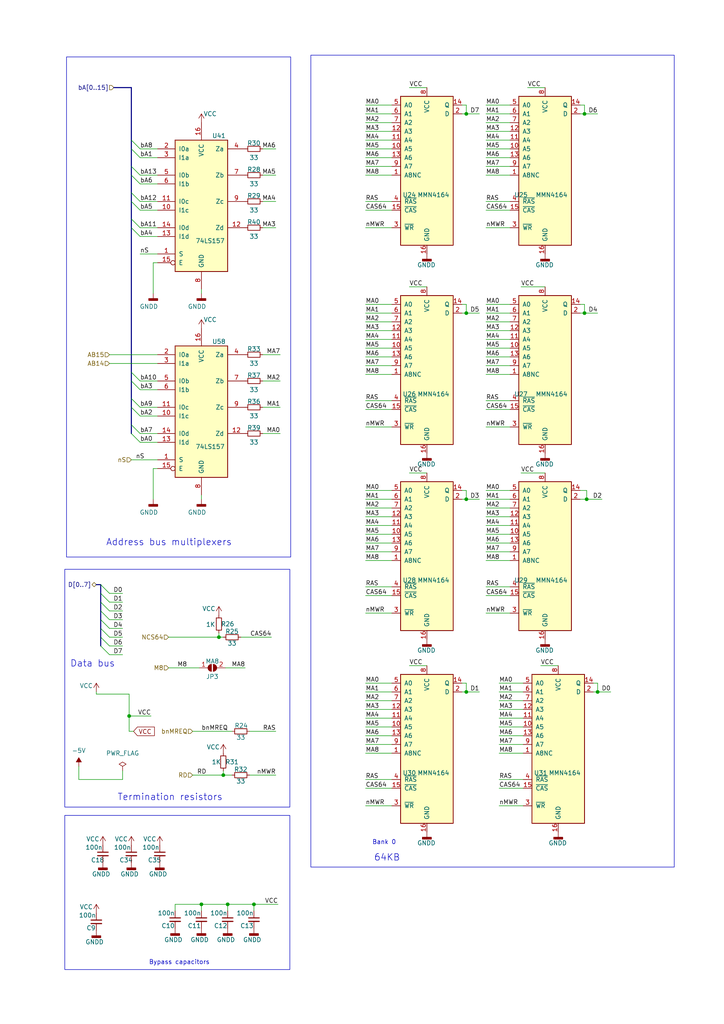
<source format=kicad_sch>
(kicad_sch (version 20230121) (generator eeschema)
  (paper "A4" portrait)
  (lib_symbols
    (symbol "74xx:74LS157" (pin_names (offset 1.016))
      (property "Reference" "U" (at -7.62 19.05 0))
      (property "Value" "74LS157" (at -7.62 -21.59 0))
      (symbol "74LS157_1_0"
        (pin input line (at -12.7 -15.24 0) (length 5.08) (name "S") (number "1"))
        (pin input line (at -12.7 -2.54 0) (length 5.08) (name "I1c") (number "10"))
        (pin input line (at -12.7 0 0) (length 5.08) (name "I0c") (number "11"))
        (pin output line (at 12.7 -7.62 180) (length 5.08) (name "Zd") (number "12"))
        (pin input line (at -12.7 -10.16 0) (length 5.08) (name "I1d") (number "13"))
        (pin input line (at -12.7 -7.62 0) (length 5.08) (name "I0d") (number "14"))
        (pin input inverted (at -12.7 -17.78 0) (length 5.08) (name "E") (number "15"))
        (pin power_in line (at 0 22.86 270) (length 5.08) (name "VCC") (number "16"))
        (pin input line (at -12.7 15.24 0) (length 5.08) (name "I0a") (number "2"))
        (pin input line (at -12.7 12.7 0) (length 5.08) (name "I1a") (number "3"))
        (pin output line (at 12.7 15.24 180) (length 5.08) (name "Za") (number "4"))
        (pin input line (at -12.7 7.62 0) (length 5.08) (name "I0b") (number "5"))
        (pin input line (at -12.7 5.08 0) (length 5.08) (name "I1b") (number "6"))
        (pin output line (at 12.7 7.62 180) (length 5.08) (name "Zb") (number "7"))
        (pin power_in line (at 0 -25.4 90) (length 5.08) (name "GND") (number "8"))
        (pin output line (at 12.7 0 180) (length 5.08) (name "Zc") (number "9"))
      )
      (symbol "74LS157_1_1"
        (rectangle (start -7.62 17.78) (end 7.62 -20.32) (stroke (width 0.254)) (fill (type background)))
      )
    )
    (symbol "Cobra_original:MMN4164" (pin_names (offset 1.016))
      (property "Reference" "U24" (at -5.08 -3.175 0))
      (property "Value" "MMN4164" (at 1.905 -3.175 0))
      (symbol "MMN4164_1_1"
        (rectangle (start -7.62 25.4) (end 7.62 -17.78) (stroke (width 0.254)) (fill (type background)))
        (pin input line (at -10.16 2.54 0) (length 2.54) (name "A8NC") (number "1"))
        (pin input line (at -10.16 10.16 0) (length 2.54) (name "A5") (number "10"))
        (pin input line (at -10.16 12.7 0) (length 2.54) (name "A4") (number "11"))
        (pin input line (at -10.16 15.24 0) (length 2.54) (name "A3") (number "12"))
        (pin input line (at -10.16 7.62 0) (length 2.54) (name "A6") (number "13"))
        (pin tri_state line (at 10.16 22.86 180) (length 2.54) (name "Q") (number "14"))
        (pin input line (at -10.16 -7.62 0) (length 2.54) (name "~{CAS}") (number "15"))
        (pin power_in line (at 0 -20.32 90) (length 2.54) (name "GND") (number "16"))
        (pin tri_state line (at 10.16 20.32 180) (length 2.54) (name "D") (number "2"))
        (pin input line (at -10.16 -12.7 0) (length 2.54) (name "~{WR}") (number "3"))
        (pin input line (at -10.16 -5.08 0) (length 2.54) (name "~{RAS}") (number "4"))
        (pin input line (at -10.16 22.86 0) (length 2.54) (name "A0") (number "5"))
        (pin input line (at -10.16 20.32 0) (length 2.54) (name "A1") (number "6"))
        (pin input line (at -10.16 17.78 0) (length 2.54) (name "A2") (number "7"))
        (pin power_in line (at 0 27.94 270) (length 2.54) (name "VCC") (number "8"))
        (pin input line (at -10.16 5.08 0) (length 2.54) (name "A7") (number "9"))
      )
    )
    (symbol "Device:C_Small" (pin_numbers hide) (pin_names (offset 0.254) hide)
      (property "Reference" "C" (at 0.254 1.778 0))
      (property "Value" "C_Small" (at 0.254 -2.032 0))
      (symbol "C_Small_0_1"
        (polyline (pts (xy -1.524 -0.508) (xy 1.524 -0.508)) (stroke (width 0.3302)))
        (polyline (pts (xy -1.524 0.508) (xy 1.524 0.508)) (stroke (width 0.3048)))
      )
      (symbol "C_Small_1_1"
        (pin passive line (at 0 2.54 270) (length 2.032) (name "~") (number "1"))
        (pin passive line (at 0 -2.54 90) (length 2.032) (name "~") (number "2"))
      )
    )
    (symbol "Device:R_Small" (pin_numbers hide) (pin_names (offset 0.254) hide)
      (property "Reference" "R" (at 0.762 0.508 0))
      (property "Value" "R_Small" (at 0.762 -1.016 0))
      (symbol "R_Small_0_1"
        (rectangle (start -0.762 1.778) (end 0.762 -1.778) (stroke (width 0.2032)))
      )
      (symbol "R_Small_1_1"
        (pin passive line (at 0 2.54 270) (length 0.762) (name "~") (number "1"))
        (pin passive line (at 0 -2.54 90) (length 0.762) (name "~") (number "2"))
      )
    )
    (symbol "Jumper:SolderJumper_2_Open" (pin_names (offset 0) hide)
      (property "Reference" "JP" (at 0 2.032 0))
      (property "Value" "SolderJumper_2_Open" (at 0 -2.54 0))
      (symbol "SolderJumper_2_Open_0_1"
        (arc (start -0.254 1.016) (mid -1.2656 0) (end -0.254 -1.016))
        (arc (start -0.254 1.016) (mid -1.2656 0) (end -0.254 -1.016) (fill (type outline)))
        (polyline (pts (xy -0.254 1.016) (xy -0.254 -1.016)))
        (polyline (pts (xy 0.254 1.016) (xy 0.254 -1.016)))
        (arc (start 0.254 -1.016) (mid 1.2656 0) (end 0.254 1.016))
        (arc (start 0.254 -1.016) (mid 1.2656 0) (end 0.254 1.016) (fill (type outline)))
      )
      (symbol "SolderJumper_2_Open_1_1"
        (pin passive line (at -3.81 0 0) (length 2.54) (name "A") (number "1"))
        (pin passive line (at 3.81 0 180) (length 2.54) (name "B") (number "2"))
      )
    )
    (symbol "power:-5V" (power) (pin_names (offset 0))
      (property "Value" "-5V" (at 0 3.81 0))
      (symbol "-5V_0_0"
        (pin power_in line (at 0 0 90) (length 0) hide (name "-5V") (number "1"))
      )
      (symbol "-5V_0_1"
        (polyline (pts (xy 0 0) (xy 0 1.27) (xy 0.762 1.27) (xy 0 2.54) (xy -0.762 1.27) (xy 0 1.27)) (fill (type outline)))
      )
    )
    (symbol "power:GNDD" (power) (pin_names (offset 0))
      (property "Value" "GNDD" (at 0 -3.175 0))
      (symbol "GNDD_0_1"
        (rectangle (start -1.27 -1.524) (end 1.27 -2.032) (stroke (width 0.254)) (fill (type outline)))
        (polyline (pts (xy 0 0) (xy 0 -1.524)))
      )
      (symbol "GNDD_1_1"
        (pin power_in line (at 0 0 270) (length 0) hide (name "GNDD") (number "1"))
      )
    )
    (symbol "power:PWR_FLAG" (power) (pin_numbers hide) (pin_names (offset 0) hide)
      (property "Value" "PWR_FLAG" (at 0 3.81 0))
      (symbol "PWR_FLAG_0_0"
        (pin power_out line (at 0 0 90) (length 0) (name "pwr") (number "1"))
      )
      (symbol "PWR_FLAG_0_1"
        (polyline (pts (xy 0 0) (xy 0 1.27) (xy -1.016 1.905) (xy 0 2.54) (xy 1.016 1.905) (xy 0 1.27)))
      )
    )
    (symbol "power:VCC" (power) (pin_names (offset 0))
      (property "Value" "VCC" (at 0 3.81 0))
      (symbol "VCC_0_1"
        (polyline (pts (xy -0.762 1.27) (xy 0 2.54)))
        (polyline (pts (xy 0 0) (xy 0 2.54)))
        (polyline (pts (xy 0 2.54) (xy 0.762 1.27)))
      )
      (symbol "VCC_1_1"
        (pin power_in line (at 0 0 90) (length 0) hide (name "VCC") (number "1"))
      )
    )
  )
  (junction (at 58.42 262.255))
  (junction (at 37.465 207.645))
  (junction (at 173.355 200.66))
  (junction (at 63.5 184.785))
  (junction (at 64.77 224.79))
  (junction (at 73.66 262.255))
  (junction (at 169.545 90.805))
  (junction (at 135.255 33.02))
  (junction (at 170.18 144.78))
  (junction (at 135.255 90.805))
  (junction (at 135.255 144.78))
  (junction (at 169.545 33.02))
  (junction (at 66.04 262.255))
  (junction (at 135.255 200.66))
  (bus_entry (at 38.1 40.64) (size 2.54 2.54))
  (bus_entry (at 29.21 174.625) (size 2.54 2.54))
  (bus_entry (at 38.1 48.26) (size 2.54 2.54))
  (bus_entry (at 38.1 50.8) (size 2.54 2.54))
  (bus_entry (at 38.1 110.49) (size 2.54 2.54))
  (bus_entry (at 38.1 66.04) (size 2.54 2.54))
  (bus_entry (at 29.21 184.785) (size 2.54 2.54))
  (bus_entry (at 38.1 125.73) (size 2.54 2.54))
  (bus_entry (at 29.21 179.705) (size 2.54 2.54))
  (bus_entry (at 38.1 123.19) (size 2.54 2.54))
  (bus_entry (at 29.21 177.165) (size 2.54 2.54))
  (bus_entry (at 38.1 43.18) (size 2.54 2.54))
  (bus_entry (at 29.21 187.325) (size 2.54 2.54))
  (bus_entry (at 29.21 172.085) (size 2.54 2.54))
  (bus_entry (at 38.1 115.57) (size 2.54 2.54))
  (bus_entry (at 38.1 118.11) (size 2.54 2.54))
  (bus_entry (at 29.21 182.245) (size 2.54 2.54))
  (bus_entry (at 38.1 63.5) (size 2.54 2.54))
  (bus_entry (at 38.1 107.95) (size 2.54 2.54))
  (bus_entry (at 29.21 169.545) (size 2.54 2.54))
  (bus_entry (at 38.1 58.42) (size 2.54 2.54))
  (bus_entry (at 38.1 55.88) (size 2.54 2.54))
  (wire (pts (xy 140.97 93.345) (xy 147.955 93.345)))
  (wire (pts (xy 144.78 228.6) (xy 151.765 228.6)))
  (wire (pts (xy 118.745 137.16) (xy 123.825 137.16)))
  (wire (pts (xy 170.18 144.78) (xy 174.625 144.78)))
  (wire (pts (xy 144.78 200.66) (xy 151.765 200.66)))
  (wire (pts (xy 140.97 149.86) (xy 147.955 149.86)))
  (wire (pts (xy 106.045 162.56) (xy 113.665 162.56)))
  (wire (pts (xy 45.72 60.96) (xy 40.64 60.96)))
  (bus (pts (xy 38.1 115.57) (xy 38.1 118.11)))
  (wire (pts (xy 140.97 106.045) (xy 147.955 106.045)))
  (wire (pts (xy 45.72 113.03) (xy 40.64 113.03)))
  (wire (pts (xy 69.85 184.785) (xy 78.74 184.785)))
  (wire (pts (xy 140.97 116.205) (xy 147.955 116.205)))
  (wire (pts (xy 31.75 187.325) (xy 35.56 187.325)))
  (wire (pts (xy 133.985 200.66) (xy 135.255 200.66)))
  (wire (pts (xy 63.5 184.785) (xy 64.77 184.785)))
  (wire (pts (xy 140.97 170.18) (xy 147.955 170.18)))
  (wire (pts (xy 35.56 223.52) (xy 35.56 226.06)))
  (wire (pts (xy 140.97 177.8) (xy 147.955 177.8)))
  (wire (pts (xy 64.77 223.52) (xy 64.77 224.79)))
  (wire (pts (xy 140.97 152.4) (xy 147.955 152.4)))
  (wire (pts (xy 31.75 184.785) (xy 35.56 184.785)))
  (wire (pts (xy 144.78 215.9) (xy 151.765 215.9)))
  (wire (pts (xy 135.255 144.78) (xy 139.065 144.78)))
  (bus (pts (xy 29.21 184.785) (xy 29.21 187.325)))
  (wire (pts (xy 140.97 43.18) (xy 147.955 43.18)))
  (wire (pts (xy 140.97 103.505) (xy 147.955 103.505)))
  (wire (pts (xy 40.64 125.73) (xy 45.72 125.73)))
  (wire (pts (xy 106.045 147.32) (xy 113.665 147.32)))
  (wire (pts (xy 106.045 144.78) (xy 113.665 144.78)))
  (wire (pts (xy 118.745 25.4) (xy 123.825 25.4)))
  (wire (pts (xy 140.97 33.02) (xy 147.955 33.02)))
  (wire (pts (xy 27.94 200.66) (xy 27.94 201.295)))
  (wire (pts (xy 135.255 90.805) (xy 139.065 90.805)))
  (wire (pts (xy 106.045 98.425) (xy 113.665 98.425)))
  (wire (pts (xy 58.42 143.51) (xy 58.42 144.78)))
  (wire (pts (xy 144.78 218.44) (xy 151.765 218.44)))
  (wire (pts (xy 106.045 198.12) (xy 113.665 198.12)))
  (wire (pts (xy 135.255 200.66) (xy 139.065 200.66)))
  (wire (pts (xy 153.035 25.4) (xy 158.115 25.4)))
  (wire (pts (xy 37.465 207.645) (xy 37.465 212.09)))
  (wire (pts (xy 73.66 262.255) (xy 80.645 262.255)))
  (wire (pts (xy 31.75 182.245) (xy 35.56 182.245)))
  (wire (pts (xy 140.97 160.02) (xy 147.955 160.02)))
  (wire (pts (xy 133.985 144.78) (xy 135.255 144.78)))
  (wire (pts (xy 144.78 205.74) (xy 151.765 205.74)))
  (wire (pts (xy 133.985 198.12) (xy 135.255 198.12)))
  (wire (pts (xy 140.97 60.96) (xy 147.955 60.96)))
  (wire (pts (xy 65.405 193.675) (xy 71.12 193.675)))
  (wire (pts (xy 106.045 88.265) (xy 113.665 88.265)))
  (bus (pts (xy 29.21 172.085) (xy 29.21 174.625)))
  (wire (pts (xy 31.75 179.705) (xy 35.56 179.705)))
  (wire (pts (xy 45.72 50.8) (xy 40.64 50.8)))
  (bus (pts (xy 38.1 58.42) (xy 38.1 55.88)))
  (wire (pts (xy 45.72 76.2) (xy 44.45 76.2)))
  (wire (pts (xy 106.045 200.66) (xy 113.665 200.66)))
  (wire (pts (xy 169.545 90.805) (xy 173.355 90.805)))
  (wire (pts (xy 76.2 43.18) (xy 80.01 43.18)))
  (wire (pts (xy 76.2 118.11) (xy 81.28 118.11)))
  (wire (pts (xy 63.5 183.515) (xy 63.5 184.785)))
  (wire (pts (xy 64.77 224.79) (xy 67.31 224.79)))
  (wire (pts (xy 140.97 98.425) (xy 147.955 98.425)))
  (wire (pts (xy 76.2 50.8) (xy 80.01 50.8)))
  (wire (pts (xy 140.97 88.265) (xy 147.955 88.265)))
  (wire (pts (xy 135.255 33.02) (xy 139.065 33.02)))
  (bus (pts (xy 38.1 63.5) (xy 38.1 66.04)))
  (wire (pts (xy 76.2 66.04) (xy 80.01 66.04)))
  (wire (pts (xy 31.75 102.87) (xy 45.72 102.87)))
  (wire (pts (xy 140.97 66.04) (xy 147.955 66.04)))
  (wire (pts (xy 106.045 218.44) (xy 113.665 218.44)))
  (wire (pts (xy 31.75 174.625) (xy 35.56 174.625)))
  (wire (pts (xy 140.97 90.805) (xy 147.955 90.805)))
  (wire (pts (xy 106.045 43.18) (xy 113.665 43.18)))
  (wire (pts (xy 170.18 142.24) (xy 170.18 144.78)))
  (wire (pts (xy 140.97 40.64) (xy 147.955 40.64)))
  (wire (pts (xy 169.545 30.48) (xy 169.545 33.02)))
  (wire (pts (xy 106.045 50.8) (xy 113.665 50.8)))
  (bus (pts (xy 38.1 55.88) (xy 38.1 50.8)))
  (wire (pts (xy 48.895 193.675) (xy 57.785 193.675)))
  (wire (pts (xy 140.97 58.42) (xy 147.955 58.42)))
  (bus (pts (xy 38.1 63.5) (xy 38.1 58.42)))
  (wire (pts (xy 66.04 262.255) (xy 73.66 262.255)))
  (wire (pts (xy 135.255 198.12) (xy 135.255 200.66)))
  (wire (pts (xy 37.465 207.645) (xy 43.815 207.645)))
  (wire (pts (xy 169.545 88.265) (xy 169.545 90.805)))
  (wire (pts (xy 106.045 233.68) (xy 113.665 233.68)))
  (wire (pts (xy 140.97 48.26) (xy 147.955 48.26)))
  (wire (pts (xy 173.355 198.12) (xy 173.355 200.66)))
  (wire (pts (xy 58.42 83.82) (xy 58.42 85.09)))
  (wire (pts (xy 72.39 212.09) (xy 80.01 212.09)))
  (wire (pts (xy 106.045 123.825) (xy 113.665 123.825)))
  (wire (pts (xy 45.72 53.34) (xy 40.64 53.34)))
  (wire (pts (xy 133.985 142.24) (xy 135.255 142.24)))
  (wire (pts (xy 76.2 102.87) (xy 81.28 102.87)))
  (wire (pts (xy 140.97 172.72) (xy 147.955 172.72)))
  (wire (pts (xy 76.2 58.42) (xy 80.01 58.42)))
  (wire (pts (xy 106.045 108.585) (xy 113.665 108.585)))
  (wire (pts (xy 151.13 83.185) (xy 158.115 83.185)))
  (wire (pts (xy 168.275 144.78) (xy 170.18 144.78)))
  (wire (pts (xy 106.045 33.02) (xy 113.665 33.02)))
  (wire (pts (xy 106.045 118.745) (xy 113.665 118.745)))
  (wire (pts (xy 144.78 213.36) (xy 151.765 213.36)))
  (bus (pts (xy 29.21 174.625) (xy 29.21 177.165)))
  (wire (pts (xy 106.045 149.86) (xy 113.665 149.86)))
  (bus (pts (xy 27.94 169.545) (xy 29.21 169.545)))
  (wire (pts (xy 106.045 228.6) (xy 113.665 228.6)))
  (bus (pts (xy 38.1 48.26) (xy 38.1 43.18)))
  (wire (pts (xy 31.75 189.865) (xy 35.56 189.865)))
  (wire (pts (xy 106.045 58.42) (xy 113.665 58.42)))
  (wire (pts (xy 76.2 125.73) (xy 81.28 125.73)))
  (wire (pts (xy 73.66 262.255) (xy 73.66 264.16)))
  (wire (pts (xy 106.045 226.06) (xy 113.665 226.06)))
  (wire (pts (xy 45.72 128.27) (xy 40.64 128.27)))
  (wire (pts (xy 106.045 213.36) (xy 113.665 213.36)))
  (wire (pts (xy 38.735 212.09) (xy 37.465 212.09)))
  (wire (pts (xy 45.72 66.04) (xy 40.64 66.04)))
  (wire (pts (xy 118.745 193.04) (xy 123.825 193.04)))
  (wire (pts (xy 106.045 157.48) (xy 113.665 157.48)))
  (bus (pts (xy 38.1 110.49) (xy 38.1 115.57)))
  (wire (pts (xy 140.97 157.48) (xy 147.955 157.48)))
  (wire (pts (xy 140.97 108.585) (xy 147.955 108.585)))
  (wire (pts (xy 135.255 142.24) (xy 135.255 144.78)))
  (wire (pts (xy 31.75 172.085) (xy 35.56 172.085)))
  (wire (pts (xy 106.045 170.18) (xy 113.665 170.18)))
  (wire (pts (xy 140.97 35.56) (xy 147.955 35.56)))
  (wire (pts (xy 106.045 210.82) (xy 113.665 210.82)))
  (wire (pts (xy 106.045 172.72) (xy 113.665 172.72)))
  (wire (pts (xy 140.97 142.24) (xy 147.955 142.24)))
  (wire (pts (xy 140.97 147.32) (xy 147.955 147.32)))
  (wire (pts (xy 58.42 262.255) (xy 58.42 264.16)))
  (wire (pts (xy 22.86 226.06) (xy 35.56 226.06)))
  (wire (pts (xy 144.78 210.82) (xy 151.765 210.82)))
  (wire (pts (xy 172.085 200.66) (xy 173.355 200.66)))
  (wire (pts (xy 140.97 162.56) (xy 147.955 162.56)))
  (bus (pts (xy 38.1 66.04) (xy 38.1 107.95)))
  (wire (pts (xy 106.045 45.72) (xy 113.665 45.72)))
  (wire (pts (xy 156.845 193.04) (xy 161.925 193.04)))
  (wire (pts (xy 106.045 95.885) (xy 113.665 95.885)))
  (bus (pts (xy 29.21 182.245) (xy 29.21 184.785)))
  (wire (pts (xy 172.085 198.12) (xy 173.355 198.12)))
  (wire (pts (xy 140.97 154.94) (xy 147.955 154.94)))
  (wire (pts (xy 50.8 262.255) (xy 58.42 262.255)))
  (wire (pts (xy 135.255 88.265) (xy 135.255 90.805)))
  (bus (pts (xy 29.21 179.705) (xy 29.21 182.245)))
  (wire (pts (xy 45.72 135.89) (xy 44.45 135.89)))
  (wire (pts (xy 48.895 184.785) (xy 63.5 184.785)))
  (wire (pts (xy 106.045 35.56) (xy 113.665 35.56)))
  (wire (pts (xy 133.985 30.48) (xy 135.255 30.48)))
  (wire (pts (xy 168.275 90.805) (xy 169.545 90.805)))
  (wire (pts (xy 106.045 100.965) (xy 113.665 100.965)))
  (wire (pts (xy 72.39 224.79) (xy 80.01 224.79)))
  (wire (pts (xy 169.545 33.02) (xy 173.355 33.02)))
  (wire (pts (xy 133.985 88.265) (xy 135.255 88.265)))
  (wire (pts (xy 106.045 30.48) (xy 113.665 30.48)))
  (wire (pts (xy 144.78 203.2) (xy 151.765 203.2)))
  (wire (pts (xy 106.045 154.94) (xy 113.665 154.94)))
  (wire (pts (xy 168.275 88.265) (xy 169.545 88.265)))
  (wire (pts (xy 40.64 73.66) (xy 45.72 73.66)))
  (wire (pts (xy 106.045 116.205) (xy 113.665 116.205)))
  (wire (pts (xy 45.72 45.72) (xy 40.64 45.72)))
  (wire (pts (xy 106.045 205.74) (xy 113.665 205.74)))
  (wire (pts (xy 45.72 118.11) (xy 40.64 118.11)))
  (wire (pts (xy 55.88 212.09) (xy 67.31 212.09)))
  (bus (pts (xy 29.21 177.165) (xy 29.21 179.705)))
  (wire (pts (xy 38.1 133.35) (xy 45.72 133.35)))
  (wire (pts (xy 106.045 152.4) (xy 113.665 152.4)))
  (wire (pts (xy 76.2 110.49) (xy 81.28 110.49)))
  (wire (pts (xy 45.72 110.49) (xy 40.64 110.49)))
  (wire (pts (xy 140.97 45.72) (xy 147.955 45.72)))
  (wire (pts (xy 135.255 30.48) (xy 135.255 33.02)))
  (wire (pts (xy 106.045 203.2) (xy 113.665 203.2)))
  (wire (pts (xy 106.045 208.28) (xy 113.665 208.28)))
  (wire (pts (xy 140.97 95.885) (xy 147.955 95.885)))
  (wire (pts (xy 168.275 33.02) (xy 169.545 33.02)))
  (wire (pts (xy 144.78 208.28) (xy 151.765 208.28)))
  (wire (pts (xy 106.045 40.64) (xy 113.665 40.64)))
  (wire (pts (xy 45.72 68.58) (xy 40.64 68.58)))
  (wire (pts (xy 22.86 222.25) (xy 22.86 226.06)))
  (wire (pts (xy 144.78 233.68) (xy 151.765 233.68)))
  (bus (pts (xy 38.1 50.8) (xy 38.1 48.26)))
  (bus (pts (xy 29.21 169.545) (xy 29.21 172.085)))
  (wire (pts (xy 140.97 38.1) (xy 147.955 38.1)))
  (wire (pts (xy 140.97 118.745) (xy 147.955 118.745)))
  (wire (pts (xy 106.045 66.04) (xy 113.665 66.04)))
  (wire (pts (xy 133.985 33.02) (xy 135.255 33.02)))
  (wire (pts (xy 66.04 262.255) (xy 66.04 264.16)))
  (wire (pts (xy 55.88 224.79) (xy 64.77 224.79)))
  (wire (pts (xy 168.275 142.24) (xy 170.18 142.24)))
  (wire (pts (xy 106.045 142.24) (xy 113.665 142.24)))
  (bus (pts (xy 33.02 25.4) (xy 38.1 25.4)))
  (wire (pts (xy 27.94 201.295) (xy 37.465 201.295)))
  (wire (pts (xy 140.97 50.8) (xy 147.955 50.8)))
  (wire (pts (xy 106.045 38.1) (xy 113.665 38.1)))
  (wire (pts (xy 106.045 93.345) (xy 113.665 93.345)))
  (wire (pts (xy 31.75 177.165) (xy 35.56 177.165)))
  (wire (pts (xy 45.72 120.65) (xy 40.64 120.65)))
  (bus (pts (xy 38.1 25.4) (xy 38.1 40.64)))
  (wire (pts (xy 144.78 198.12) (xy 151.765 198.12)))
  (wire (pts (xy 168.275 30.48) (xy 169.545 30.48)))
  (wire (pts (xy 106.045 177.8) (xy 113.665 177.8)))
  (bus (pts (xy 38.1 118.11) (xy 38.1 123.19)))
  (wire (pts (xy 140.97 30.48) (xy 147.955 30.48)))
  (wire (pts (xy 106.045 90.805) (xy 113.665 90.805)))
  (wire (pts (xy 106.045 60.96) (xy 113.665 60.96)))
  (wire (pts (xy 173.355 200.66) (xy 177.165 200.66)))
  (wire (pts (xy 144.78 226.06) (xy 151.765 226.06)))
  (wire (pts (xy 118.745 83.185) (xy 123.825 83.185)))
  (wire (pts (xy 106.045 103.505) (xy 113.665 103.505)))
  (wire (pts (xy 44.45 76.2) (xy 44.45 85.09)))
  (wire (pts (xy 106.045 106.045) (xy 113.665 106.045)))
  (wire (pts (xy 50.8 262.255) (xy 50.8 264.16)))
  (wire (pts (xy 106.045 215.9) (xy 113.665 215.9)))
  (wire (pts (xy 31.75 105.41) (xy 45.72 105.41)))
  (bus (pts (xy 38.1 123.19) (xy 38.1 125.73)))
  (wire (pts (xy 58.42 262.255) (xy 66.04 262.255)))
  (wire (pts (xy 37.465 201.295) (xy 37.465 207.645)))
  (wire (pts (xy 140.97 144.78) (xy 147.955 144.78)))
  (bus (pts (xy 38.1 43.18) (xy 38.1 40.64)))
  (wire (pts (xy 133.985 90.805) (xy 135.255 90.805)))
  (wire (pts (xy 140.97 100.965) (xy 147.955 100.965)))
  (wire (pts (xy 44.45 135.89) (xy 44.45 144.78)))
  (wire (pts (xy 45.72 58.42) (xy 40.64 58.42)))
  (wire (pts (xy 45.72 43.18) (xy 40.64 43.18)))
  (wire (pts (xy 151.13 137.16) (xy 158.115 137.16)))
  (wire (pts (xy 140.97 123.825) (xy 147.955 123.825)))
  (wire (pts (xy 106.045 160.02) (xy 113.665 160.02)))
  (bus (pts (xy 38.1 107.95) (xy 38.1 110.49)))
  (wire (pts (xy 106.045 48.26) (xy 113.665 48.26)))
  (rectangle (start 18.796 165.1) (end 84.074 234.061))
  (rectangle (start 18.796 236.474) (end 84.074 281.178))
  (rectangle (start 90.17 16.002) (end 195.58 251.46))
  (rectangle (start 19.304 16.51) (end 84.328 161.544))
  (text "Bypass capacitors" (at 43.18 279.908 0) (effects (font (size 1.27 1.27)) (justify left bottom)))
  (text "Data bus" (at 20.32 193.675 0) (effects (font (size 1.905 1.905)) (justify left bottom)))
  (text "Address bus multiplexers" (at 30.734 158.496 0) (effects (font (size 1.905 1.905)) (justify left bottom)))
  (text "64KB" (at 108.458 249.936 0) (effects (font (size 1.905 1.905)) (justify left bottom)))
  (text "Bank 0" (at 107.95 245.11 0) (effects (font (size 1.27 1.27)) (justify left bottom)))
  (text "Termination resistors" (at 34.036 232.41 0) (effects (font (size 1.905 1.905)) (justify left bottom)))
  (label "MA5" (at 106.045 154.94 0))
  (label "MA8" (at 140.97 50.8 0))
  (label "MA3" (at 140.97 95.885 0))
  (label "MA3" (at 106.045 149.86 0))
  (label "nMWR" (at 144.78 233.68 0))
  (label "VCC" (at 43.815 207.645 180))
  (label "RAS" (at 106.045 170.18 0))
  (label "MA7" (at 106.045 215.9 0))
  (label "MA2" (at 144.78 203.2 0))
  (label "MA8" (at 106.045 50.8 0))
  (label "RAS" (at 140.97 58.42 0))
  (label "MA8" (at 106.045 162.56 0))
  (label "MA3" (at 106.045 205.74 0))
  (label "MA4" (at 140.97 40.64 0))
  (label "nMWR" (at 106.045 233.68 0))
  (label "MA2" (at 140.97 147.32 0))
  (label "MA3" (at 140.97 149.86 0))
  (label "bA13" (at 40.64 50.8 0))
  (label "MA4" (at 140.97 152.4 0))
  (label "MA1" (at 81.28 118.11 180))
  (label "MA1" (at 106.045 144.78 0))
  (label "D1" (at 139.065 200.66 180))
  (label "MA1" (at 140.97 144.78 0))
  (label "MA3" (at 144.78 205.74 0))
  (label "MA7" (at 140.97 106.045 0))
  (label "MA8" (at 106.045 108.585 0))
  (label "D3" (at 139.065 144.78 180))
  (label "nMWR" (at 106.045 66.04 0))
  (label "MA2" (at 140.97 35.56 0))
  (label "MA2" (at 81.28 110.49 180))
  (label "MA1" (at 140.97 33.02 0))
  (label "M8" (at 51.435 193.675 0))
  (label "MA5" (at 140.97 43.18 0))
  (label "RAS" (at 140.97 170.18 0))
  (label "MA6" (at 106.045 45.72 0))
  (label "MA1" (at 106.045 200.66 0))
  (label "MA8" (at 71.12 193.675 180))
  (label "bA3" (at 40.64 113.03 0))
  (label "MA3" (at 140.97 38.1 0))
  (label "MA6" (at 106.045 213.36 0))
  (label "nS" (at 39.37 133.35 0))
  (label "RAS" (at 80.01 212.09 180))
  (label "bA11" (at 40.64 66.04 0))
  (label "VCC" (at 118.745 193.04 0))
  (label "MA0" (at 144.78 198.12 0))
  (label "bA0" (at 40.64 128.27 0))
  (label "MA0" (at 106.045 142.24 0))
  (label "CAS64" (at 144.78 228.6 0))
  (label "nMWR" (at 140.97 123.825 0))
  (label "MA0" (at 106.045 88.265 0))
  (label "MA5" (at 140.97 100.965 0))
  (label "MA8" (at 144.78 218.44 0))
  (label "RAS" (at 140.97 116.205 0))
  (label "MA1" (at 144.78 200.66 0))
  (label "MA8" (at 106.045 218.44 0))
  (label "MA7" (at 106.045 160.02 0))
  (label "VCC" (at 153.035 25.4 0))
  (label "CAS64" (at 78.74 184.785 180))
  (label "MA4" (at 80.01 58.42 180))
  (label "MA3" (at 80.01 66.04 180))
  (label "MA1" (at 106.045 33.02 0))
  (label "D6" (at 173.355 33.02 180))
  (label "MA7" (at 106.045 48.26 0))
  (label "MA0" (at 140.97 88.265 0))
  (label "D2" (at 174.625 144.78 180))
  (label "RD" (at 57.15 224.79 0))
  (label "D1" (at 35.56 174.625 180))
  (label "MA5" (at 106.045 43.18 0))
  (label "nS" (at 40.64 73.66 0))
  (label "VCC" (at 151.13 83.185 0))
  (label "MA2" (at 106.045 203.2 0))
  (label "RAS" (at 106.045 116.205 0))
  (label "RAS" (at 106.045 226.06 0))
  (label "RAS" (at 106.045 58.42 0))
  (label "MA5" (at 80.01 50.8 180))
  (label "bA7" (at 40.64 125.73 0))
  (label "D7" (at 35.56 189.865 180))
  (label "RAS" (at 144.78 226.06 0))
  (label "VCC" (at 151.13 137.16 0))
  (label "nMWR" (at 106.045 177.8 0))
  (label "nMWR" (at 106.045 123.825 0))
  (label "bA2" (at 40.64 120.65 0))
  (label "MA2" (at 106.045 35.56 0))
  (label "MA4" (at 106.045 152.4 0))
  (label "MA3" (at 106.045 38.1 0))
  (label "MA7" (at 106.045 106.045 0))
  (label "CAS64" (at 106.045 172.72 0))
  (label "MA0" (at 140.97 30.48 0))
  (label "MA7" (at 140.97 160.02 0))
  (label "D6" (at 35.56 187.325 180))
  (label "MA6" (at 140.97 157.48 0))
  (label "MA6" (at 106.045 103.505 0))
  (label "MA4" (at 106.045 208.28 0))
  (label "D5" (at 35.56 184.785 180))
  (label "bA1" (at 40.64 45.72 0))
  (label "MA3" (at 106.045 95.885 0))
  (label "MA5" (at 106.045 100.965 0))
  (label "CAS64" (at 140.97 118.745 0))
  (label "MA8" (at 140.97 162.56 0))
  (label "CAS64" (at 140.97 60.96 0))
  (label "MA1" (at 106.045 90.805 0))
  (label "CAS64" (at 106.045 118.745 0))
  (label "MA6" (at 106.045 157.48 0))
  (label "D7" (at 139.065 33.02 180))
  (label "D4" (at 35.56 182.245 180))
  (label "MA6" (at 140.97 45.72 0))
  (label "bA12" (at 40.64 58.42 0))
  (label "MA2" (at 106.045 93.345 0))
  (label "MA4" (at 106.045 98.425 0))
  (label "MA0" (at 81.28 125.73 180))
  (label "VCC" (at 118.745 83.185 0))
  (label "MA2" (at 106.045 147.32 0))
  (label "D5" (at 139.065 90.805 180))
  (label "VCC" (at 156.845 193.04 0))
  (label "MA5" (at 140.97 154.94 0))
  (label "CAS64" (at 140.97 172.72 0))
  (label "nMWR" (at 140.97 177.8 0))
  (label "nMWR" (at 80.01 224.79 180))
  (label "VCC" (at 118.745 137.16 0))
  (label "CAS64" (at 106.045 60.96 0))
  (label "MA2" (at 140.97 93.345 0))
  (label "bA8" (at 40.64 43.18 0))
  (label "D0" (at 177.165 200.66 180))
  (label "bA4" (at 40.64 68.58 0))
  (label "bA9" (at 40.64 118.11 0))
  (label "MA0" (at 106.045 30.48 0))
  (label "CAS64" (at 106.045 228.6 0))
  (label "MA5" (at 144.78 210.82 0))
  (label "D2" (at 35.56 177.165 180))
  (label "MA1" (at 140.97 90.805 0))
  (label "MA0" (at 106.045 198.12 0))
  (label "MA0" (at 140.97 142.24 0))
  (label "MA7" (at 144.78 215.9 0))
  (label "MA6" (at 140.97 103.505 0))
  (label "D3" (at 35.56 179.705 180))
  (label "MA7" (at 140.97 48.26 0))
  (label "MA4" (at 144.78 208.28 0))
  (label "nMWR" (at 140.97 66.04 0))
  (label "D0" (at 35.56 172.085 180))
  (label "bA10" (at 40.64 110.49 0))
  (label "D4" (at 173.355 90.805 180))
  (label "MA7" (at 81.28 102.87 180))
  (label "VCC" (at 80.645 262.255 180))
  (label "bA5" (at 40.64 60.96 0))
  (label "MA4" (at 106.045 40.64 0))
  (label "MA8" (at 140.97 108.585 0))
  (label "MA6" (at 144.78 213.36 0))
  (label "bA6" (at 40.64 53.34 0))
  (label "MA6" (at 80.01 43.18 180))
  (label "MA5" (at 106.045 210.82 0))
  (label "bnMREQ" (at 58.42 212.09 0))
  (label "MA4" (at 140.97 98.425 0))
  (label "VCC" (at 118.745 25.4 0))
  (global_label "VCC" (shape input) (at 38.735 212.09 0) (property "Intersheetrefs" "${INTERSHEET_REFS}" (effects hide)))
  (hierarchical_label "nS" (shape input) (at 38.1 133.35 180))
  (hierarchical_label "bA[0..15]" (shape input) (at 33.02 25.4 180))
  (hierarchical_label "RD" (shape input) (at 55.88 224.79 180))
  (hierarchical_label "AB14" (shape input) (at 31.75 105.41 180))
  (hierarchical_label "NCS64" (shape input) (at 48.895 184.785 180))
  (hierarchical_label "M8" (shape input) (at 48.895 193.675 180))
  (hierarchical_label "D[0..7]" (shape bidirectional) (at 27.94 169.545 180))
  (hierarchical_label "bnMREQ" (shape input) (at 55.88 212.09 180))
  (hierarchical_label "AB15" (shape input) (at 31.75 102.87 180))
  (symbol (lib_id "Cobra_original:MMN4164") (at 123.825 53.34 0) (unit 1)
    (property "Reference" "U24" (at 118.745 56.515 0))
    (property "Value" "MMN4164" (at 125.73 56.515 0))
    (property "Footprint" "Cobra_original:DIP-16_W7.62mm" (effects hide))
  )
  (symbol (lib_id "Device:C_Small") (at 27.94 267.335 0) (unit 1)
    (property "Reference" "C9" (at 26.416 269.113 0))
    (property "Value" "100n" (at 22.86 265.43 0) (effects (justify left)))
    (property "Footprint" "Cobra_original:C_THT_762_254" (effects hide))
  )
  (symbol (lib_id "power:GNDD") (at 27.94 269.875 0) (unit 1)
    (property "Reference" "#PWR0219" (effects hide))
    (property "Value" "GNDD" (at 27.432 273.177 0))
  )
  (symbol (lib_id "power:GNDD") (at 123.825 73.66 0) (unit 1)
    (property "Reference" "#PWR0220" (effects hide))
    (property "Value" "GNDD" (at 126.365 76.835 0) (effects (justify right)))
  )
  (symbol (lib_id "Cobra_original:MMN4164") (at 158.115 53.34 0) (unit 1)
    (property "Reference" "U25" (at 151.13 56.515 0))
    (property "Value" "MMN4164" (at 160.02 56.515 0))
    (property "Footprint" "Cobra_original:DIP-16_W7.62mm" (effects hide))
  )
  (symbol (lib_id "Device:C_Small") (at 50.8 266.7 0) (unit 1)
    (property "Reference" "C10" (at 48.768 268.478 0))
    (property "Value" "100n" (at 45.72 264.795 0) (effects (justify left)))
    (property "Footprint" "Cobra_original:C_THT_762_254" (effects hide))
  )
  (symbol (lib_id "power:GNDD") (at 50.8 269.24 0) (unit 1)
    (property "Reference" "#PWR0222" (effects hide))
    (property "Value" "GNDD" (at 50.292 272.542 0))
  )
  (symbol (lib_id "Cobra_original:MMN4164") (at 123.825 111.125 0) (unit 1)
    (property "Reference" "U26" (at 118.745 114.3 0))
    (property "Value" "MMN4164" (at 125.73 114.3 0))
    (property "Footprint" "Cobra_original:DIP-16_W7.62mm" (effects hide))
  )
  (symbol (lib_id "Cobra_original:MMN4164") (at 158.115 111.125 0) (unit 1)
    (property "Reference" "U27" (at 151.13 114.3 0))
    (property "Value" "MMN4164" (at 160.02 114.3 0))
    (property "Footprint" "Cobra_original:DIP-16_W7.62mm" (effects hide))
  )
  (symbol (lib_id "Device:C_Small") (at 58.42 266.7 0) (unit 1)
    (property "Reference" "C11" (at 56.388 268.478 0))
    (property "Value" "100n" (at 53.34 264.795 0) (effects (justify left)))
    (property "Footprint" "Cobra_original:C_THT_762_254" (effects hide))
  )
  (symbol (lib_id "power:GNDD") (at 58.42 269.24 0) (unit 1)
    (property "Reference" "#PWR0228" (effects hide))
    (property "Value" "GNDD" (at 57.912 272.542 0))
  )
  (symbol (lib_id "Cobra_original:MMN4164") (at 123.825 165.1 0) (unit 1)
    (property "Reference" "U28" (at 118.745 168.275 0))
    (property "Value" "MMN4164" (at 125.73 168.275 0))
    (property "Footprint" "Cobra_original:DIP-16_W7.62mm" (effects hide))
  )
  (symbol (lib_id "Cobra_original:MMN4164") (at 158.115 165.1 0) (unit 1)
    (property "Reference" "U29" (at 151.13 168.275 0))
    (property "Value" "MMN4164" (at 160.02 168.275 0))
    (property "Footprint" "Cobra_original:DIP-16_W7.62mm" (effects hide))
  )
  (symbol (lib_id "Device:C_Small") (at 66.04 266.7 0) (unit 1)
    (property "Reference" "C12" (at 64.008 268.478 0))
    (property "Value" "100n" (at 60.96 264.795 0) (effects (justify left)))
    (property "Footprint" "Cobra_original:C_THT_762_254" (effects hide))
  )
  (symbol (lib_id "power:GNDD") (at 66.04 269.24 0) (unit 1)
    (property "Reference" "#PWR0234" (effects hide))
    (property "Value" "GNDD" (at 65.532 272.542 0))
  )
  (symbol (lib_id "Cobra_original:MMN4164") (at 123.825 220.98 0) (unit 1)
    (property "Reference" "U30" (at 118.745 224.155 0))
    (property "Value" "MMN4164" (at 125.73 224.155 0))
    (property "Footprint" "Cobra_original:DIP-16_W7.62mm" (effects hide))
  )
  (symbol (lib_id "Cobra_original:MMN4164") (at 161.925 220.98 0) (unit 1)
    (property "Reference" "U31" (at 156.845 224.155 0))
    (property "Value" "MMN4164" (at 163.83 224.155 0))
    (property "Footprint" "Cobra_original:DIP-16_W7.62mm" (effects hide))
  )
  (symbol (lib_id "Device:C_Small") (at 73.66 266.7 0) (unit 1)
    (property "Reference" "C13" (at 71.628 268.478 0))
    (property "Value" "100n" (at 68.58 264.795 0) (effects (justify left)))
    (property "Footprint" "Cobra_original:C_THT_762_254" (effects hide))
  )
  (symbol (lib_id "power:GNDD") (at 73.66 269.24 0) (unit 1)
    (property "Reference" "#PWR0240" (effects hide))
    (property "Value" "GNDD" (at 73.152 272.542 0))
  )
  (symbol (lib_id "Device:R_Small") (at 69.85 212.09 90) (unit 1)
    (property "Reference" "R24" (at 69.977 210.439 90))
    (property "Value" "33" (at 69.85 213.868 90))
    (property "Footprint" "Cobra_original:R_Axial_DIN0204_L3.6mm_D1.6mm_P5.08mm_Horizontal" (effects hide))
  )
  (symbol (lib_id "power:VCC") (at 64.77 218.44 0) (unit 1)
    (property "Reference" "#PWR0250" (effects hide))
    (property "Value" "VCC" (at 61.849 216.662 0))
  )
  (symbol (lib_id "Device:R_Small") (at 64.77 220.98 180) (unit 1)
    (property "Reference" "R31" (at 67.31 220.98 0))
    (property "Value" "1K" (at 62.738 220.98 0))
    (property "Footprint" "Cobra_original:R_Axial_DIN0204_L3.6mm_D1.6mm_P5.08mm_Horizontal" (effects hide))
  )
  (symbol (lib_id "Device:R_Small") (at 69.85 224.79 90) (unit 1)
    (property "Reference" "R32" (at 69.85 223.139 90))
    (property "Value" "33" (at 69.85 226.568 90))
    (property "Footprint" "Cobra_original:R_Axial_DIN0204_L3.6mm_D1.6mm_P5.08mm_Horizontal" (effects hide))
  )
  (symbol (lib_id "power:VCC") (at 63.5 178.435 0) (unit 1)
    (property "Reference" "#PWR0251" (effects hide))
    (property "Value" "VCC" (at 60.579 176.53 0))
  )
  (symbol (lib_id "Device:R_Small") (at 63.5 180.975 180) (unit 1)
    (property "Reference" "R26" (at 66.04 180.975 0))
    (property "Value" "1K" (at 61.087 181.102 0))
    (property "Footprint" "Cobra_original:R_Axial_DIN0204_L3.6mm_D1.6mm_P5.08mm_Horizontal" (effects hide))
  )
  (symbol (lib_id "Device:R_Small") (at 67.31 184.785 90) (unit 1)
    (property "Reference" "R25" (at 67.31 183.134 90))
    (property "Value" "33" (at 67.31 186.563 90))
    (property "Footprint" "Cobra_original:R_Axial_DIN0204_L3.6mm_D1.6mm_P5.08mm_Horizontal" (effects hide))
  )
  (symbol (lib_id "power:GNDD") (at 46.355 250.19 0) (unit 1)
    (property "Reference" "#PWR0321" (effects hide))
    (property "Value" "GNDD" (at 45.847 253.492 0))
  )
  (symbol (lib_id "power:GNDD") (at 44.45 85.09 0) (unit 1)
    (property "Reference" "#PWR099" (effects hide))
    (property "Value" "GNDD" (at 43.18 88.9 0))
  )
  (symbol (lib_id "power:GNDD") (at 58.42 144.78 0) (unit 1)
    (property "Reference" "#PWR0115" (effects hide))
    (property "Value" "GNDD" (at 57.15 148.59 0))
  )
  (symbol (lib_id "power:GNDD") (at 44.45 144.78 0) (unit 1)
    (property "Reference" "#PWR0112" (effects hide))
    (property "Value" "GNDD" (at 43.18 148.59 0))
  )
  (symbol (lib_id "74xx:74LS157") (at 58.42 58.42 0) (unit 1)
    (property "Reference" "U41" (at 63.5 39.37 0))
    (property "Value" "74LS157" (at 60.96 69.85 0))
    (property "Footprint" "Cobra_original:DIP-16_W7.62mm" (effects hide))
    (property "Datasheet" "http://www.ti.com/lit/gpn/sn74LS157" (effects hide))
  )
  (symbol (lib_id "power:VCC") (at 46.355 245.11 0) (unit 1)
    (property "Reference" "#PWR0320" (effects hide))
    (property "Value" "VCC" (at 43.434 243.332 0))
  )
  (symbol (lib_id "Device:R_Small") (at 73.66 66.04 270) (unit 1)
    (property "Reference" "R40" (at 73.66 64.389 90))
    (property "Value" "33" (at 73.66 68.58 90))
    (property "Footprint" "Cobra_original:R_Axial_DIN0204_L3.6mm_D1.6mm_P5.08mm_Horizontal" (effects hide))
  )
  (symbol (lib_id "power:-5V") (at 22.86 222.25 0) (unit 1)
    (property "Reference" "#PWR082" (effects hide))
    (property "Value" "MA8" (at 22.86 217.678 0))
  )
  (symbol (lib_id "Device:R_Small") (at 73.66 118.11 270) (unit 1)
    (property "Reference" "R36" (at 73.66 116.459 90))
    (property "Value" "33" (at 73.66 120.65 90))
    (property "Footprint" "Cobra_original:R_Axial_DIN0204_L3.6mm_D1.6mm_P5.08mm_Horizontal" (effects hide))
  )
  (symbol (lib_id "power:VCC") (at 58.42 95.25 0) (unit 1)
    (property "Reference" "#PWR0113" (effects hide))
    (property "Value" "VCC" (at 60.96 92.71 0))
  )
  (symbol (lib_id "74xx:74LS157") (at 58.42 118.11 0) (unit 1)
    (property "Reference" "U58" (at 63.5 99.06 0))
    (property "Value" "74LS157" (at 60.96 129.54 0))
    (property "Footprint" "Cobra_original:DIP-16_W7.62mm" (effects hide))
    (property "Datasheet" "http://www.ti.com/lit/gpn/sn74LS157" (effects hide))
  )
  (symbol (lib_id "Device:R_Small") (at 73.66 43.18 270) (unit 1)
    (property "Reference" "R30" (at 73.66 41.529 90))
    (property "Value" "33" (at 73.66 45.72 90))
    (property "Footprint" "Cobra_original:R_Axial_DIN0204_L3.6mm_D1.6mm_P5.08mm_Horizontal" (effects hide))
  )
  (symbol (lib_id "Device:R_Small") (at 73.66 102.87 270) (unit 1)
    (property "Reference" "R33" (at 73.66 101.219 90))
    (property "Value" "33" (at 73.66 105.41 90))
    (property "Footprint" "Cobra_original:R_Axial_DIN0204_L3.6mm_D1.6mm_P5.08mm_Horizontal" (effects hide))
  )
  (symbol (lib_id "power:GNDD") (at 123.825 131.445 0) (unit 1)
    (property "Reference" "#PWR0180" (effects hide))
    (property "Value" "GNDD" (at 126.365 134.62 0) (effects (justify right)))
  )
  (symbol (lib_id "power:GNDD") (at 158.115 185.42 0) (unit 1)
    (property "Reference" "#PWR0182" (effects hide))
    (property "Value" "GNDD" (at 160.655 188.595 0) (effects (justify right)))
  )
  (symbol (lib_id "Jumper:SolderJumper_2_Open") (at 61.595 193.675 0) (unit 1)
    (property "Reference" "JP3" (at 61.595 196.215 0))
    (property "Value" "MA8" (at 61.595 191.77 0))
    (property "Footprint" "Cobra_original:SolderJumper-2_P1.3mm_Open_TrianglePad1.0x1.5mm" (effects hide))
    (instances (project "main" (path "" (reference "JP3") (unit 1)) (path "" (reference "JP30") (unit 1))))
  )
  (symbol (lib_id "power:VCC") (at 58.42 35.56 0) (unit 1)
    (property "Reference" "#PWR0100" (effects hide))
    (property "Value" "VCC" (at 60.96 33.02 0))
  )
  (symbol (lib_id "power:VCC") (at 29.845 245.11 0) (unit 1)
    (property "Reference" "#PWR0282" (effects hide))
    (property "Value" "VCC" (at 26.924 243.332 0))
  )
  (symbol (lib_id "Device:R_Small") (at 73.66 110.49 270) (unit 1)
    (property "Reference" "R37" (at 73.66 108.839 90))
    (property "Value" "33" (at 73.66 113.03 90))
    (property "Footprint" "Cobra_original:R_Axial_DIN0204_L3.6mm_D1.6mm_P5.08mm_Horizontal" (effects hide))
  )
  (symbol (lib_id "Device:R_Small") (at 73.66 58.42 270) (unit 1)
    (property "Reference" "R29" (at 73.66 56.769 90))
    (property "Value" "33" (at 73.66 60.96 90))
    (property "Footprint" "Cobra_original:R_Axial_DIN0204_L3.6mm_D1.6mm_P5.08mm_Horizontal" (effects hide))
  )
  (symbol (lib_id "Device:R_Small") (at 73.66 50.8 270) (unit 1)
    (property "Reference" "R28" (at 73.66 49.149 90))
    (property "Value" "33" (at 73.66 53.34 90))
    (property "Footprint" "Cobra_original:R_Axial_DIN0204_L3.6mm_D1.6mm_P5.08mm_Horizontal" (effects hide))
  )
  (symbol (lib_id "Device:C_Small") (at 29.845 247.65 0) (unit 1)
    (property "Reference" "C18" (at 28.321 249.428 0))
    (property "Value" "100n" (at 24.765 245.745 0) (effects (justify left)))
    (property "Footprint" "Cobra_original:C_THT_762_254" (effects hide))
  )
  (symbol (lib_id "power:VCC") (at 27.94 264.795 0) (unit 1)
    (property "Reference" "#PWR055" (effects hide))
    (property "Value" "VCC" (at 25.019 263.017 0))
  )
  (symbol (lib_id "power:GNDD") (at 38.1 250.19 0) (unit 1)
    (property "Reference" "#PWR0286" (effects hide))
    (property "Value" "GNDD" (at 37.592 253.492 0))
  )
  (symbol (lib_id "Device:R_Small") (at 73.66 125.73 270) (unit 1)
    (property "Reference" "R39" (at 73.66 124.079 90))
    (property "Value" "33" (at 73.66 128.27 90))
    (property "Footprint" "Cobra_original:R_Axial_DIN0204_L3.6mm_D1.6mm_P5.08mm_Horizontal" (effects hide))
  )
  (symbol (lib_id "power:PWR_FLAG") (at 35.56 223.52 0) (unit 1)
    (property "Reference" "#FLG04" (effects hide))
    (property "Value" "PWR_FLAG" (at 35.56 218.44 0))
  )
  (symbol (lib_id "power:GNDD") (at 123.825 241.3 0) (unit 1)
    (property "Reference" "#PWR0185" (effects hide))
    (property "Value" "GNDD" (at 126.365 244.475 0) (effects (justify right)))
  )
  (symbol (lib_id "power:GNDD") (at 123.825 185.42 0) (unit 1)
    (property "Reference" "#PWR0184" (effects hide))
    (property "Value" "GNDD" (at 126.365 188.595 0) (effects (justify right)))
  )
  (symbol (lib_id "power:GNDD") (at 29.845 250.19 0) (unit 1)
    (property "Reference" "#PWR0283" (effects hide))
    (property "Value" "GNDD" (at 29.337 253.492 0))
  )
  (symbol (lib_id "power:GNDD") (at 58.42 85.09 0) (unit 1)
    (property "Reference" "#PWR0111" (effects hide))
    (property "Value" "GNDD" (at 57.15 88.9 0))
  )
  (symbol (lib_id "power:VCC") (at 27.94 200.66 0) (unit 1)
    (property "Reference" "#PWR084" (effects hide))
    (property "Value" "VCC" (at 25.019 198.882 0))
  )
  (symbol (lib_id "power:GNDD") (at 158.115 131.445 0) (unit 1)
    (property "Reference" "#PWR0181" (effects hide))
    (property "Value" "GNDD" (at 160.655 134.62 0) (effects (justify right)))
  )
  (symbol (lib_id "power:GNDD") (at 158.115 73.66 0) (unit 1)
    (property "Reference" "#PWR0179" (effects hide))
    (property "Value" "GNDD" (at 160.655 76.835 0) (effects (justify right)))
  )
  (symbol (lib_id "Device:C_Small") (at 38.1 247.65 0) (unit 1)
    (property "Reference" "C34" (at 36.576 249.428 0))
    (property "Value" "100n" (at 33.02 245.745 0) (effects (justify left)))
    (property "Footprint" "Cobra_original:C_THT_762_254" (effects hide))
  )
  (symbol (lib_id "power:GNDD") (at 161.925 241.3 0) (unit 1)
    (property "Reference" "#PWR0186" (effects hide))
    (property "Value" "GNDD" (at 164.465 244.475 0) (effects (justify right)))
  )
  (symbol (lib_id "Device:C_Small") (at 46.355 247.65 0) (unit 1)
    (property "Reference" "C35" (at 44.831 249.428 0))
    (property "Value" "100n" (at 41.275 245.745 0) (effects (justify left)))
    (property "Footprint" "Cobra_original:C_THT_762_254" (effects hide))
  )
  (symbol (lib_id "power:VCC") (at 38.1 245.11 0) (unit 1)
    (property "Reference" "#PWR0284" (effects hide))
    (property "Value" "VCC" (at 35.179 243.332 0))
  )
)
</source>
